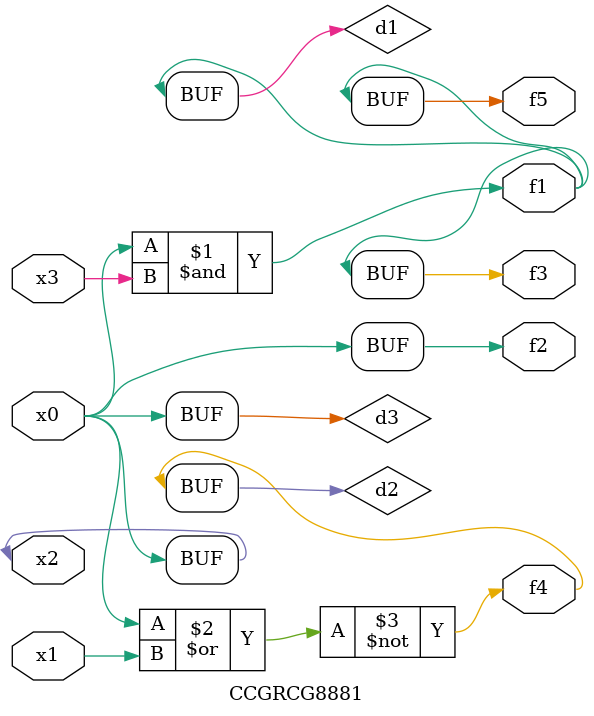
<source format=v>
module CCGRCG8881(
	input x0, x1, x2, x3,
	output f1, f2, f3, f4, f5
);

	wire d1, d2, d3;

	and (d1, x2, x3);
	nor (d2, x0, x1);
	buf (d3, x0, x2);
	assign f1 = d1;
	assign f2 = d3;
	assign f3 = d1;
	assign f4 = d2;
	assign f5 = d1;
endmodule

</source>
